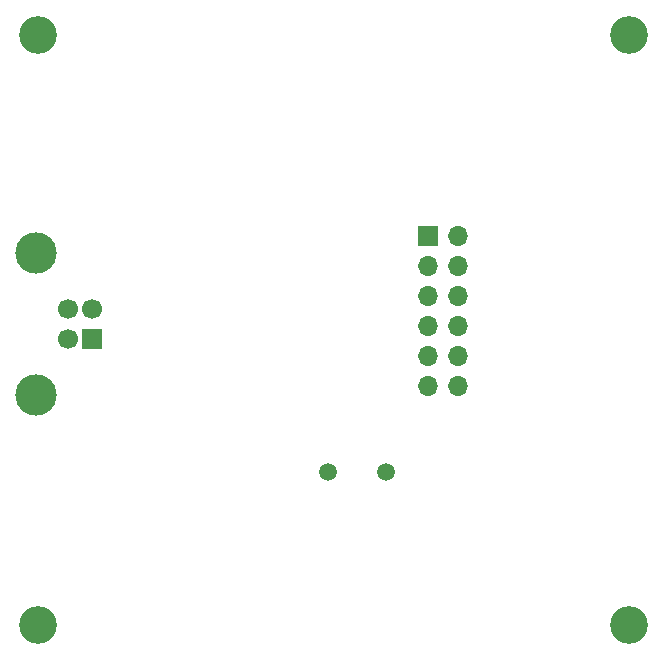
<source format=gbr>
%TF.GenerationSoftware,KiCad,Pcbnew,9.0.0*%
%TF.CreationDate,2025-03-23T19:11:54-07:00*%
%TF.ProjectId,SMRRC_USB,534d5252-435f-4555-9342-2e6b69636164,n/c*%
%TF.SameCoordinates,Original*%
%TF.FileFunction,Soldermask,Bot*%
%TF.FilePolarity,Negative*%
%FSLAX46Y46*%
G04 Gerber Fmt 4.6, Leading zero omitted, Abs format (unit mm)*
G04 Created by KiCad (PCBNEW 9.0.0) date 2025-03-23 19:11:54*
%MOMM*%
%LPD*%
G01*
G04 APERTURE LIST*
%ADD10C,1.500000*%
%ADD11R,1.700000X1.700000*%
%ADD12O,1.700000X1.700000*%
%ADD13C,1.700000*%
%ADD14C,3.500000*%
%ADD15C,3.200000*%
G04 APERTURE END LIST*
D10*
%TO.C,Y1*%
X149450000Y-97000000D03*
X144570000Y-97000000D03*
%TD*%
D11*
%TO.C,J2*%
X153000000Y-77000000D03*
D12*
X155540000Y-77000000D03*
X153000000Y-79540000D03*
X155540000Y-79540000D03*
X153000000Y-82080000D03*
X155540000Y-82080000D03*
X153000000Y-84620000D03*
X155540000Y-84620000D03*
X153000000Y-87160000D03*
X155540000Y-87160000D03*
X153000000Y-89700000D03*
X155540000Y-89700000D03*
%TD*%
D11*
%TO.C,J1*%
X124577500Y-85750000D03*
D13*
X124577500Y-83250000D03*
X122577500Y-83250000D03*
X122577500Y-85750000D03*
D14*
X119867500Y-90520000D03*
X119867500Y-78480000D03*
%TD*%
D15*
%TO.C,H4*%
X120000000Y-60000000D03*
%TD*%
%TO.C,H3*%
X170000000Y-60000000D03*
%TD*%
%TO.C,H2*%
X170000000Y-110000000D03*
%TD*%
%TO.C,H1*%
X120000000Y-110000000D03*
%TD*%
M02*

</source>
